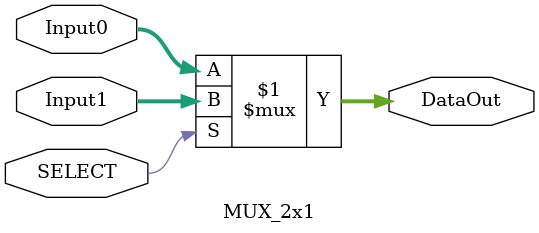
<source format=v>
module MUX_2x1 #(parameter W=32) (Input0,
											 Input1,
											 SELECT,
											 DataOut);

input SELECT;
											 
input [W-1:0] Input0,Input1;

output wire [W-1:0] DataOut;

assign DataOut = SELECT ? Input1: Input0;

endmodule

</source>
